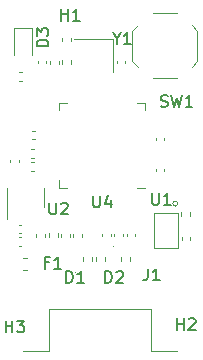
<source format=gbr>
%TF.GenerationSoftware,KiCad,Pcbnew,7.0.9*%
%TF.CreationDate,2023-12-16T11:51:24+08:00*%
%TF.ProjectId,iPico,69506963-6f2e-46b6-9963-61645f706362,rev?*%
%TF.SameCoordinates,Original*%
%TF.FileFunction,Legend,Top*%
%TF.FilePolarity,Positive*%
%FSLAX46Y46*%
G04 Gerber Fmt 4.6, Leading zero omitted, Abs format (unit mm)*
G04 Created by KiCad (PCBNEW 7.0.9) date 2023-12-16 11:51:24*
%MOMM*%
%LPD*%
G01*
G04 APERTURE LIST*
%ADD10C,0.150000*%
%ADD11C,0.100000*%
%ADD12C,0.120000*%
G04 APERTURE END LIST*
D10*
X104438095Y-101654819D02*
X104438095Y-102464342D01*
X104438095Y-102464342D02*
X104485714Y-102559580D01*
X104485714Y-102559580D02*
X104533333Y-102607200D01*
X104533333Y-102607200D02*
X104628571Y-102654819D01*
X104628571Y-102654819D02*
X104819047Y-102654819D01*
X104819047Y-102654819D02*
X104914285Y-102607200D01*
X104914285Y-102607200D02*
X104961904Y-102559580D01*
X104961904Y-102559580D02*
X105009523Y-102464342D01*
X105009523Y-102464342D02*
X105009523Y-101654819D01*
X106009523Y-102654819D02*
X105438095Y-102654819D01*
X105723809Y-102654819D02*
X105723809Y-101654819D01*
X105723809Y-101654819D02*
X105628571Y-101797676D01*
X105628571Y-101797676D02*
X105533333Y-101892914D01*
X105533333Y-101892914D02*
X105438095Y-101940533D01*
X92038095Y-113454819D02*
X92038095Y-112454819D01*
X92038095Y-112931009D02*
X92609523Y-112931009D01*
X92609523Y-113454819D02*
X92609523Y-112454819D01*
X92990476Y-112454819D02*
X93609523Y-112454819D01*
X93609523Y-112454819D02*
X93276190Y-112835771D01*
X93276190Y-112835771D02*
X93419047Y-112835771D01*
X93419047Y-112835771D02*
X93514285Y-112883390D01*
X93514285Y-112883390D02*
X93561904Y-112931009D01*
X93561904Y-112931009D02*
X93609523Y-113026247D01*
X93609523Y-113026247D02*
X93609523Y-113264342D01*
X93609523Y-113264342D02*
X93561904Y-113359580D01*
X93561904Y-113359580D02*
X93514285Y-113407200D01*
X93514285Y-113407200D02*
X93419047Y-113454819D01*
X93419047Y-113454819D02*
X93133333Y-113454819D01*
X93133333Y-113454819D02*
X93038095Y-113407200D01*
X93038095Y-113407200D02*
X92990476Y-113359580D01*
X99438095Y-101874819D02*
X99438095Y-102684342D01*
X99438095Y-102684342D02*
X99485714Y-102779580D01*
X99485714Y-102779580D02*
X99533333Y-102827200D01*
X99533333Y-102827200D02*
X99628571Y-102874819D01*
X99628571Y-102874819D02*
X99819047Y-102874819D01*
X99819047Y-102874819D02*
X99914285Y-102827200D01*
X99914285Y-102827200D02*
X99961904Y-102779580D01*
X99961904Y-102779580D02*
X100009523Y-102684342D01*
X100009523Y-102684342D02*
X100009523Y-101874819D01*
X100914285Y-102208152D02*
X100914285Y-102874819D01*
X100676190Y-101827200D02*
X100438095Y-102541485D01*
X100438095Y-102541485D02*
X101057142Y-102541485D01*
X100461905Y-109254819D02*
X100461905Y-108254819D01*
X100461905Y-108254819D02*
X100700000Y-108254819D01*
X100700000Y-108254819D02*
X100842857Y-108302438D01*
X100842857Y-108302438D02*
X100938095Y-108397676D01*
X100938095Y-108397676D02*
X100985714Y-108492914D01*
X100985714Y-108492914D02*
X101033333Y-108683390D01*
X101033333Y-108683390D02*
X101033333Y-108826247D01*
X101033333Y-108826247D02*
X100985714Y-109016723D01*
X100985714Y-109016723D02*
X100938095Y-109111961D01*
X100938095Y-109111961D02*
X100842857Y-109207200D01*
X100842857Y-109207200D02*
X100700000Y-109254819D01*
X100700000Y-109254819D02*
X100461905Y-109254819D01*
X101414286Y-108350057D02*
X101461905Y-108302438D01*
X101461905Y-108302438D02*
X101557143Y-108254819D01*
X101557143Y-108254819D02*
X101795238Y-108254819D01*
X101795238Y-108254819D02*
X101890476Y-108302438D01*
X101890476Y-108302438D02*
X101938095Y-108350057D01*
X101938095Y-108350057D02*
X101985714Y-108445295D01*
X101985714Y-108445295D02*
X101985714Y-108540533D01*
X101985714Y-108540533D02*
X101938095Y-108683390D01*
X101938095Y-108683390D02*
X101366667Y-109254819D01*
X101366667Y-109254819D02*
X101985714Y-109254819D01*
X96738095Y-87054819D02*
X96738095Y-86054819D01*
X96738095Y-86531009D02*
X97309523Y-86531009D01*
X97309523Y-87054819D02*
X97309523Y-86054819D01*
X98309523Y-87054819D02*
X97738095Y-87054819D01*
X98023809Y-87054819D02*
X98023809Y-86054819D01*
X98023809Y-86054819D02*
X97928571Y-86197676D01*
X97928571Y-86197676D02*
X97833333Y-86292914D01*
X97833333Y-86292914D02*
X97738095Y-86340533D01*
X105166667Y-94307200D02*
X105309524Y-94354819D01*
X105309524Y-94354819D02*
X105547619Y-94354819D01*
X105547619Y-94354819D02*
X105642857Y-94307200D01*
X105642857Y-94307200D02*
X105690476Y-94259580D01*
X105690476Y-94259580D02*
X105738095Y-94164342D01*
X105738095Y-94164342D02*
X105738095Y-94069104D01*
X105738095Y-94069104D02*
X105690476Y-93973866D01*
X105690476Y-93973866D02*
X105642857Y-93926247D01*
X105642857Y-93926247D02*
X105547619Y-93878628D01*
X105547619Y-93878628D02*
X105357143Y-93831009D01*
X105357143Y-93831009D02*
X105261905Y-93783390D01*
X105261905Y-93783390D02*
X105214286Y-93735771D01*
X105214286Y-93735771D02*
X105166667Y-93640533D01*
X105166667Y-93640533D02*
X105166667Y-93545295D01*
X105166667Y-93545295D02*
X105214286Y-93450057D01*
X105214286Y-93450057D02*
X105261905Y-93402438D01*
X105261905Y-93402438D02*
X105357143Y-93354819D01*
X105357143Y-93354819D02*
X105595238Y-93354819D01*
X105595238Y-93354819D02*
X105738095Y-93402438D01*
X106071429Y-93354819D02*
X106309524Y-94354819D01*
X106309524Y-94354819D02*
X106500000Y-93640533D01*
X106500000Y-93640533D02*
X106690476Y-94354819D01*
X106690476Y-94354819D02*
X106928572Y-93354819D01*
X107833333Y-94354819D02*
X107261905Y-94354819D01*
X107547619Y-94354819D02*
X107547619Y-93354819D01*
X107547619Y-93354819D02*
X107452381Y-93497676D01*
X107452381Y-93497676D02*
X107357143Y-93592914D01*
X107357143Y-93592914D02*
X107261905Y-93640533D01*
X95666666Y-107531009D02*
X95333333Y-107531009D01*
X95333333Y-108054819D02*
X95333333Y-107054819D01*
X95333333Y-107054819D02*
X95809523Y-107054819D01*
X96714285Y-108054819D02*
X96142857Y-108054819D01*
X96428571Y-108054819D02*
X96428571Y-107054819D01*
X96428571Y-107054819D02*
X96333333Y-107197676D01*
X96333333Y-107197676D02*
X96238095Y-107292914D01*
X96238095Y-107292914D02*
X96142857Y-107340533D01*
X104066666Y-108054819D02*
X104066666Y-108769104D01*
X104066666Y-108769104D02*
X104019047Y-108911961D01*
X104019047Y-108911961D02*
X103923809Y-109007200D01*
X103923809Y-109007200D02*
X103780952Y-109054819D01*
X103780952Y-109054819D02*
X103685714Y-109054819D01*
X105066666Y-109054819D02*
X104495238Y-109054819D01*
X104780952Y-109054819D02*
X104780952Y-108054819D01*
X104780952Y-108054819D02*
X104685714Y-108197676D01*
X104685714Y-108197676D02*
X104590476Y-108292914D01*
X104590476Y-108292914D02*
X104495238Y-108340533D01*
X95738095Y-102454819D02*
X95738095Y-103264342D01*
X95738095Y-103264342D02*
X95785714Y-103359580D01*
X95785714Y-103359580D02*
X95833333Y-103407200D01*
X95833333Y-103407200D02*
X95928571Y-103454819D01*
X95928571Y-103454819D02*
X96119047Y-103454819D01*
X96119047Y-103454819D02*
X96214285Y-103407200D01*
X96214285Y-103407200D02*
X96261904Y-103359580D01*
X96261904Y-103359580D02*
X96309523Y-103264342D01*
X96309523Y-103264342D02*
X96309523Y-102454819D01*
X96738095Y-102550057D02*
X96785714Y-102502438D01*
X96785714Y-102502438D02*
X96880952Y-102454819D01*
X96880952Y-102454819D02*
X97119047Y-102454819D01*
X97119047Y-102454819D02*
X97214285Y-102502438D01*
X97214285Y-102502438D02*
X97261904Y-102550057D01*
X97261904Y-102550057D02*
X97309523Y-102645295D01*
X97309523Y-102645295D02*
X97309523Y-102740533D01*
X97309523Y-102740533D02*
X97261904Y-102883390D01*
X97261904Y-102883390D02*
X96690476Y-103454819D01*
X96690476Y-103454819D02*
X97309523Y-103454819D01*
X106538095Y-113254819D02*
X106538095Y-112254819D01*
X106538095Y-112731009D02*
X107109523Y-112731009D01*
X107109523Y-113254819D02*
X107109523Y-112254819D01*
X107538095Y-112350057D02*
X107585714Y-112302438D01*
X107585714Y-112302438D02*
X107680952Y-112254819D01*
X107680952Y-112254819D02*
X107919047Y-112254819D01*
X107919047Y-112254819D02*
X108014285Y-112302438D01*
X108014285Y-112302438D02*
X108061904Y-112350057D01*
X108061904Y-112350057D02*
X108109523Y-112445295D01*
X108109523Y-112445295D02*
X108109523Y-112540533D01*
X108109523Y-112540533D02*
X108061904Y-112683390D01*
X108061904Y-112683390D02*
X107490476Y-113254819D01*
X107490476Y-113254819D02*
X108109523Y-113254819D01*
X101423809Y-88578628D02*
X101423809Y-89054819D01*
X101090476Y-88054819D02*
X101423809Y-88578628D01*
X101423809Y-88578628D02*
X101757142Y-88054819D01*
X102614285Y-89054819D02*
X102042857Y-89054819D01*
X102328571Y-89054819D02*
X102328571Y-88054819D01*
X102328571Y-88054819D02*
X102233333Y-88197676D01*
X102233333Y-88197676D02*
X102138095Y-88292914D01*
X102138095Y-88292914D02*
X102042857Y-88340533D01*
X97161905Y-109254819D02*
X97161905Y-108254819D01*
X97161905Y-108254819D02*
X97400000Y-108254819D01*
X97400000Y-108254819D02*
X97542857Y-108302438D01*
X97542857Y-108302438D02*
X97638095Y-108397676D01*
X97638095Y-108397676D02*
X97685714Y-108492914D01*
X97685714Y-108492914D02*
X97733333Y-108683390D01*
X97733333Y-108683390D02*
X97733333Y-108826247D01*
X97733333Y-108826247D02*
X97685714Y-109016723D01*
X97685714Y-109016723D02*
X97638095Y-109111961D01*
X97638095Y-109111961D02*
X97542857Y-109207200D01*
X97542857Y-109207200D02*
X97400000Y-109254819D01*
X97400000Y-109254819D02*
X97161905Y-109254819D01*
X98685714Y-109254819D02*
X98114286Y-109254819D01*
X98400000Y-109254819D02*
X98400000Y-108254819D01*
X98400000Y-108254819D02*
X98304762Y-108397676D01*
X98304762Y-108397676D02*
X98209524Y-108492914D01*
X98209524Y-108492914D02*
X98114286Y-108540533D01*
X95654819Y-89238094D02*
X94654819Y-89238094D01*
X94654819Y-89238094D02*
X94654819Y-88999999D01*
X94654819Y-88999999D02*
X94702438Y-88857142D01*
X94702438Y-88857142D02*
X94797676Y-88761904D01*
X94797676Y-88761904D02*
X94892914Y-88714285D01*
X94892914Y-88714285D02*
X95083390Y-88666666D01*
X95083390Y-88666666D02*
X95226247Y-88666666D01*
X95226247Y-88666666D02*
X95416723Y-88714285D01*
X95416723Y-88714285D02*
X95511961Y-88761904D01*
X95511961Y-88761904D02*
X95607200Y-88857142D01*
X95607200Y-88857142D02*
X95654819Y-88999999D01*
X95654819Y-88999999D02*
X95654819Y-89238094D01*
X94654819Y-88333332D02*
X94654819Y-87714285D01*
X94654819Y-87714285D02*
X95035771Y-88047618D01*
X95035771Y-88047618D02*
X95035771Y-87904761D01*
X95035771Y-87904761D02*
X95083390Y-87809523D01*
X95083390Y-87809523D02*
X95131009Y-87761904D01*
X95131009Y-87761904D02*
X95226247Y-87714285D01*
X95226247Y-87714285D02*
X95464342Y-87714285D01*
X95464342Y-87714285D02*
X95559580Y-87761904D01*
X95559580Y-87761904D02*
X95607200Y-87809523D01*
X95607200Y-87809523D02*
X95654819Y-87904761D01*
X95654819Y-87904761D02*
X95654819Y-88190475D01*
X95654819Y-88190475D02*
X95607200Y-88285713D01*
X95607200Y-88285713D02*
X95559580Y-88333332D01*
D11*
%TO.C,U1*%
X106625000Y-103300000D02*
X104625000Y-103300000D01*
X104625000Y-103300000D02*
X104625000Y-106300000D01*
X104625000Y-106300000D02*
X106625000Y-106300000D01*
X106625000Y-106300000D02*
X106625000Y-103300000D01*
X106599264Y-102547868D02*
G75*
G03*
X106599264Y-102547868I-212132J0D01*
G01*
D12*
%TO.C,U4*%
X103810000Y-93990000D02*
X103810000Y-94640000D01*
X103160000Y-101210000D02*
X103810000Y-101210000D01*
X103160000Y-93990000D02*
X103810000Y-93990000D01*
X97240000Y-101210000D02*
X96590000Y-101210000D01*
X97240000Y-93990000D02*
X96590000Y-93990000D01*
X96590000Y-101210000D02*
X96590000Y-100560000D01*
X96590000Y-93990000D02*
X96590000Y-94640000D01*
%TO.C,C16*%
X96820000Y-88737836D02*
X96820000Y-88522164D01*
X97540000Y-88737836D02*
X97540000Y-88522164D01*
%TO.C,C14*%
X94407836Y-98685000D02*
X94192164Y-98685000D01*
X94407836Y-97965000D02*
X94192164Y-97965000D01*
D11*
%TO.C,D2*%
X101172600Y-106170000D02*
G75*
G03*
X101172600Y-106170000I-50000J0D01*
G01*
D12*
%TO.C,C2*%
X93137164Y-105415000D02*
X93352836Y-105415000D01*
X93137164Y-106135000D02*
X93352836Y-106135000D01*
%TO.C,R1*%
X101807000Y-107408641D02*
X101807000Y-107101359D01*
X102567000Y-107408641D02*
X102567000Y-107101359D01*
%TO.C,C1*%
X93137164Y-104340000D02*
X93352836Y-104340000D01*
X93137164Y-105060000D02*
X93352836Y-105060000D01*
%TO.C,C15*%
X95790000Y-90707836D02*
X95790000Y-90492164D01*
X96510000Y-90707836D02*
X96510000Y-90492164D01*
%TO.C,SW1*%
X104500000Y-91950000D02*
X106500000Y-91950000D01*
X103200000Y-90950000D02*
X102750000Y-90500000D01*
X107800000Y-90950000D02*
X108250000Y-90500000D01*
X102750000Y-90500000D02*
X102750000Y-87900000D01*
X108250000Y-90500000D02*
X108250000Y-87900000D01*
X103200000Y-87450000D02*
X102750000Y-87900000D01*
X107800000Y-87450000D02*
X108250000Y-87900000D01*
X104500000Y-86450000D02*
X106500000Y-86450000D01*
%TO.C,R4*%
X96455000Y-105071359D02*
X96455000Y-105378641D01*
X95695000Y-105071359D02*
X95695000Y-105378641D01*
%TO.C,F1*%
X93850279Y-108160000D02*
X93524721Y-108160000D01*
X93850279Y-107140000D02*
X93524721Y-107140000D01*
%TO.C,C13*%
X102165000Y-90467164D02*
X102165000Y-90682836D01*
X101445000Y-90467164D02*
X101445000Y-90682836D01*
%TO.C,C7*%
X95460000Y-90467164D02*
X95460000Y-90682836D01*
X94740000Y-90467164D02*
X94740000Y-90682836D01*
%TO.C,R6*%
X106920000Y-103563641D02*
X106920000Y-103256359D01*
X107680000Y-103563641D02*
X107680000Y-103256359D01*
%TO.C,R5*%
X96800000Y-90733641D02*
X96800000Y-90426359D01*
X97560000Y-90733641D02*
X97560000Y-90426359D01*
D11*
%TO.C,J1*%
X95700000Y-111510000D02*
X95700000Y-115010000D01*
X95700000Y-111510000D02*
X104300000Y-111510000D01*
X95700000Y-115010000D02*
X93500000Y-115010000D01*
X104300000Y-111510000D02*
X104300000Y-115010000D01*
X104300000Y-115010000D02*
X106500000Y-115010000D01*
D12*
%TO.C,U2*%
X92140000Y-102062500D02*
X92140000Y-103862500D01*
X92140000Y-102062500D02*
X92140000Y-101262500D01*
X95260000Y-102062500D02*
X95260000Y-102862500D01*
X95260000Y-102062500D02*
X95260000Y-101262500D01*
%TO.C,C8*%
X104740000Y-97187836D02*
X104740000Y-96972164D01*
X105460000Y-97187836D02*
X105460000Y-96972164D01*
%TO.C,C6*%
X97740000Y-105332836D02*
X97740000Y-105117164D01*
X98460000Y-105332836D02*
X98460000Y-105117164D01*
%TO.C,C10*%
X97460000Y-105117164D02*
X97460000Y-105332836D01*
X96740000Y-105117164D02*
X96740000Y-105332836D01*
%TO.C,R3*%
X98613800Y-107408641D02*
X98613800Y-107101359D01*
X99373800Y-107408641D02*
X99373800Y-107101359D01*
%TO.C,C9*%
X95360000Y-105117164D02*
X95360000Y-105332836D01*
X94640000Y-105117164D02*
X94640000Y-105332836D01*
%TO.C,C3*%
X107660000Y-105372164D02*
X107660000Y-105587836D01*
X106940000Y-105372164D02*
X106940000Y-105587836D01*
%TO.C,C4*%
X94407836Y-99760000D02*
X94192164Y-99760000D01*
X94407836Y-99040000D02*
X94192164Y-99040000D01*
%TO.C,C12*%
X94502836Y-97085000D02*
X94287164Y-97085000D01*
X94502836Y-96365000D02*
X94287164Y-96365000D01*
%TO.C,C11*%
X104740000Y-99812836D02*
X104740000Y-99597164D01*
X105460000Y-99812836D02*
X105460000Y-99597164D01*
%TO.C,Y1*%
X101130000Y-91380000D02*
X101130000Y-88580000D01*
X101130000Y-88580000D02*
X97830000Y-88580000D01*
%TO.C,R2*%
X99678200Y-107408641D02*
X99678200Y-107101359D01*
X100438200Y-107408641D02*
X100438200Y-107101359D01*
%TO.C,C17*%
X103010000Y-105092164D02*
X103010000Y-105307836D01*
X102290000Y-105092164D02*
X102290000Y-105307836D01*
%TO.C,C5*%
X92440000Y-99062836D02*
X92440000Y-98847164D01*
X93160000Y-99062836D02*
X93160000Y-98847164D01*
%TO.C,C18*%
X101960000Y-105092164D02*
X101960000Y-105307836D01*
X101240000Y-105092164D02*
X101240000Y-105307836D01*
D11*
%TO.C,D1*%
X97979400Y-108345000D02*
G75*
G03*
X97979400Y-108345000I-50000J0D01*
G01*
D12*
%TO.C,D3*%
X94235000Y-87715000D02*
X92765000Y-87715000D01*
X92765000Y-87715000D02*
X92765000Y-90000000D01*
X94235000Y-90000000D02*
X94235000Y-87715000D01*
%TO.C,R7*%
X93146359Y-91420000D02*
X93453641Y-91420000D01*
X93146359Y-92180000D02*
X93453641Y-92180000D01*
%TO.C,C19*%
X100190000Y-105307836D02*
X100190000Y-105092164D01*
X100910000Y-105307836D02*
X100910000Y-105092164D01*
%TD*%
M02*

</source>
